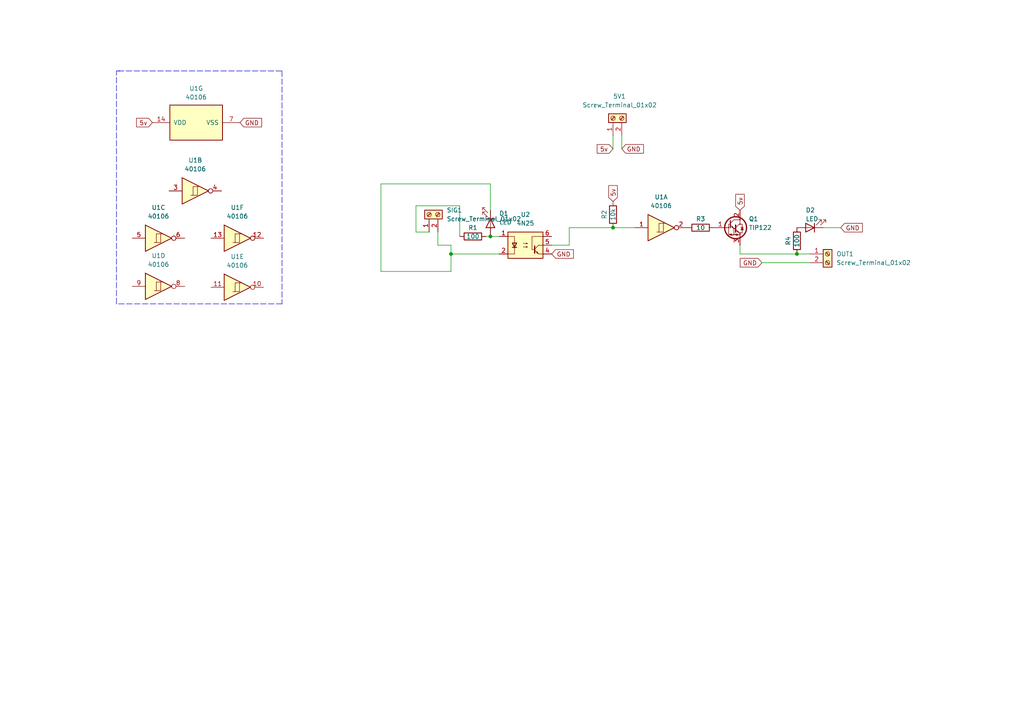
<source format=kicad_sch>
(kicad_sch (version 20211123) (generator eeschema)
  (paper "A4")
  (lib_symbols
    (symbol "4xxx:40106" (pin_names (offset 1.016))
      (property "Reference" "U" (at 0 1.27 0))
      (property "Value" "40106" (at 0 -1.27 0))
      (symbol "40106_1_0"
        (polyline (pts (xy -0.635 -1.27) (xy -0.635 1.27) (xy 0.635 1.27)))
        (polyline (pts (xy -3.81 3.81) (xy -3.81 -3.81) (xy 3.81 0) (xy -3.81 3.81)) (stroke (width 0.254)) (fill (type background)))
        (polyline (pts (xy -1.27 -1.27) (xy 0.635 -1.27) (xy 0.635 1.27) (xy 1.27 1.27)))
        (pin input line (at -7.62 0 0) (length 3.81) (name "~") (number "1"))
        (pin output inverted (at 7.62 0 180) (length 3.81) (name "~") (number "2"))
      )
      (symbol "40106_2_0"
        (polyline (pts (xy -0.635 -1.27) (xy -0.635 1.27) (xy 0.635 1.27)))
        (polyline (pts (xy -3.81 3.81) (xy -3.81 -3.81) (xy 3.81 0) (xy -3.81 3.81)) (stroke (width 0.254)) (fill (type background)))
        (polyline (pts (xy -1.27 -1.27) (xy 0.635 -1.27) (xy 0.635 1.27) (xy 1.27 1.27)))
        (pin input line (at -7.62 0 0) (length 3.81) (name "~") (number "3"))
        (pin output inverted (at 7.62 0 180) (length 3.81) (name "~") (number "4"))
      )
      (symbol "40106_3_0"
        (polyline (pts (xy -0.635 -1.27) (xy -0.635 1.27) (xy 0.635 1.27)))
        (polyline (pts (xy -3.81 3.81) (xy -3.81 -3.81) (xy 3.81 0) (xy -3.81 3.81)) (stroke (width 0.254)) (fill (type background)))
        (polyline (pts (xy -1.27 -1.27) (xy 0.635 -1.27) (xy 0.635 1.27) (xy 1.27 1.27)))
        (pin input line (at -7.62 0 0) (length 3.81) (name "~") (number "5"))
        (pin output inverted (at 7.62 0 180) (length 3.81) (name "~") (number "6"))
      )
      (symbol "40106_4_0"
        (polyline (pts (xy -0.635 -1.27) (xy -0.635 1.27) (xy 0.635 1.27)))
        (polyline (pts (xy -3.81 3.81) (xy -3.81 -3.81) (xy 3.81 0) (xy -3.81 3.81)) (stroke (width 0.254)) (fill (type background)))
        (polyline (pts (xy -1.27 -1.27) (xy 0.635 -1.27) (xy 0.635 1.27) (xy 1.27 1.27)))
        (pin output inverted (at 7.62 0 180) (length 3.81) (name "~") (number "8"))
        (pin input line (at -7.62 0 0) (length 3.81) (name "~") (number "9"))
      )
      (symbol "40106_5_0"
        (polyline (pts (xy -0.635 -1.27) (xy -0.635 1.27) (xy 0.635 1.27)))
        (polyline (pts (xy -3.81 3.81) (xy -3.81 -3.81) (xy 3.81 0) (xy -3.81 3.81)) (stroke (width 0.254)) (fill (type background)))
        (polyline (pts (xy -1.27 -1.27) (xy 0.635 -1.27) (xy 0.635 1.27) (xy 1.27 1.27)))
        (pin output inverted (at 7.62 0 180) (length 3.81) (name "~") (number "10"))
        (pin input line (at -7.62 0 0) (length 3.81) (name "~") (number "11"))
      )
      (symbol "40106_6_0"
        (polyline (pts (xy -0.635 -1.27) (xy -0.635 1.27) (xy 0.635 1.27)))
        (polyline (pts (xy -3.81 3.81) (xy -3.81 -3.81) (xy 3.81 0) (xy -3.81 3.81)) (stroke (width 0.254)) (fill (type background)))
        (polyline (pts (xy -1.27 -1.27) (xy 0.635 -1.27) (xy 0.635 1.27) (xy 1.27 1.27)))
        (pin output inverted (at 7.62 0 180) (length 3.81) (name "~") (number "12"))
        (pin input line (at -7.62 0 0) (length 3.81) (name "~") (number "13"))
      )
      (symbol "40106_7_0"
        (pin power_in line (at 0 12.7 270) (length 5.08) (name "VDD") (number "14"))
        (pin power_in line (at 0 -12.7 90) (length 5.08) (name "VSS") (number "7"))
      )
      (symbol "40106_7_1"
        (rectangle (start -5.08 7.62) (end 5.08 -7.62) (stroke (width 0.254)) (fill (type background)))
      )
    )
    (symbol "Connector:Screw_Terminal_01x02" (pin_names (offset 1.016) hide)
      (property "Reference" "J" (at 0 2.54 0))
      (property "Value" "Screw_Terminal_01x02" (at 0 -5.08 0))
      (symbol "Screw_Terminal_01x02_1_1"
        (rectangle (start -1.27 1.27) (end 1.27 -3.81) (stroke (width 0.254)) (fill (type background)))
        (circle (center 0 -2.54) (radius 0.635) (stroke (width 0.1524)))
        (polyline (pts (xy -0.5334 -2.2098) (xy 0.3302 -3.048)) (stroke (width 0.1524)))
        (polyline (pts (xy -0.5334 0.3302) (xy 0.3302 -0.508)) (stroke (width 0.1524)))
        (polyline (pts (xy -0.3556 -2.032) (xy 0.508 -2.8702)) (stroke (width 0.1524)))
        (polyline (pts (xy -0.3556 0.508) (xy 0.508 -0.3302)) (stroke (width 0.1524)))
        (circle (center 0 0) (radius 0.635) (stroke (width 0.1524)))
        (pin passive line (at -5.08 0 0) (length 3.81) (name "Pin_1") (number "1"))
        (pin passive line (at -5.08 -2.54 0) (length 3.81) (name "Pin_2") (number "2"))
      )
    )
    (symbol "Device:LED" (pin_numbers hide) (pin_names (offset 1.016) hide)
      (property "Reference" "D" (at 0 2.54 0))
      (property "Value" "LED" (at 0 -2.54 0))
      (symbol "LED_0_1"
        (polyline (pts (xy -1.27 -1.27) (xy -1.27 1.27)) (stroke (width 0.254)))
        (polyline (pts (xy -1.27 0) (xy 1.27 0)))
        (polyline (pts (xy 1.27 -1.27) (xy 1.27 1.27) (xy -1.27 0) (xy 1.27 -1.27)) (stroke (width 0.254)))
        (polyline (pts (xy -3.048 -0.762) (xy -4.572 -2.286) (xy -3.81 -2.286) (xy -4.572 -2.286) (xy -4.572 -1.524)))
        (polyline (pts (xy -1.778 -0.762) (xy -3.302 -2.286) (xy -2.54 -2.286) (xy -3.302 -2.286) (xy -3.302 -1.524)))
      )
      (symbol "LED_1_1"
        (pin passive line (at -3.81 0 0) (length 2.54) (name "K") (number "1"))
        (pin passive line (at 3.81 0 180) (length 2.54) (name "A") (number "2"))
      )
    )
    (symbol "Device:R" (pin_numbers hide) (pin_names (offset 0))
      (property "Reference" "R" (at 2.032 0 90))
      (property "Value" "R" (at 0 0 90))
      (symbol "R_0_1"
        (rectangle (start -1.016 -2.54) (end 1.016 2.54) (stroke (width 0.254)))
      )
      (symbol "R_1_1"
        (pin passive line (at 0 3.81 270) (length 1.27) (name "~") (number "1"))
        (pin passive line (at 0 -3.81 90) (length 1.27) (name "~") (number "2"))
      )
    )
    (symbol "Isolator:4N25" (pin_names (offset 1.016))
      (property "Reference" "U" (at -5.08 5.08 0))
      (property "Value" "4N25" (at 0 5.08 0))
      (symbol "4N25_0_1"
        (rectangle (start -5.08 3.81) (end 5.08 -3.81) (stroke (width 0.254)) (fill (type background)))
        (polyline (pts (xy -3.81 -0.635) (xy -2.54 -0.635)) (stroke (width 0.254)))
        (polyline (pts (xy 2.667 -1.397) (xy 3.81 -2.54)))
        (polyline (pts (xy 2.667 -1.143) (xy 3.81 0)))
        (polyline (pts (xy 3.81 -2.54) (xy 5.08 -2.54)))
        (polyline (pts (xy 3.81 0) (xy 5.08 0)))
        (polyline (pts (xy 2.667 -0.254) (xy 2.667 -2.286) (xy 2.667 -2.286)) (stroke (width 0.3556)))
        (polyline (pts (xy -5.08 -2.54) (xy -3.175 -2.54) (xy -3.175 2.54) (xy -5.08 2.54)))
        (polyline (pts (xy -3.175 -0.635) (xy -3.81 0.635) (xy -2.54 0.635) (xy -3.175 -0.635)) (stroke (width 0.254)))
        (polyline (pts (xy 3.683 -2.413) (xy 3.429 -1.905) (xy 3.175 -2.159) (xy 3.683 -2.413)))
        (polyline (pts (xy 5.08 2.54) (xy 1.905 2.54) (xy 1.905 -1.27) (xy 2.54 -1.27)))
        (polyline (pts (xy -0.635 -0.508) (xy 0.635 -0.508) (xy 0.254 -0.635) (xy 0.254 -0.381) (xy 0.635 -0.508)))
        (polyline (pts (xy -0.635 0.508) (xy 0.635 0.508) (xy 0.254 0.381) (xy 0.254 0.635) (xy 0.635 0.508)))
      )
      (symbol "4N25_1_1"
        (pin passive line (at -7.62 2.54 0) (length 2.54) (name "~") (number "1"))
        (pin passive line (at -7.62 -2.54 0) (length 2.54) (name "~") (number "2"))
        (pin no_connect line (at -5.08 0 0) (length 2.54) hide (name "NC") (number "3"))
        (pin passive line (at 7.62 -2.54 180) (length 2.54) (name "~") (number "4"))
        (pin passive line (at 7.62 0 180) (length 2.54) (name "~") (number "5"))
        (pin passive line (at 7.62 2.54 180) (length 2.54) (name "~") (number "6"))
      )
    )
    (symbol "Transistor_BJT:TIP122" (pin_names (offset 0) hide)
      (property "Reference" "Q" (at 5.08 1.905 0))
      (property "Value" "TIP122" (at 5.08 0 0))
      (symbol "TIP122_0_1"
        (circle (center -0.762 0) (radius 0.127))
        (polyline (pts (xy -1.27 0) (xy -0.889 0)))
        (polyline (pts (xy 2.54 -2.032) (xy 2.54 -2.54)))
        (polyline (pts (xy 2.54 -1.524) (xy 3.175 -1.524)))
        (polyline (pts (xy 2.794 0.127) (xy 3.556 0.127)))
        (polyline (pts (xy 3.175 -0.635) (xy 3.175 -1.524)))
        (polyline (pts (xy 3.175 1.016) (xy 2.54 1.016)))
        (polyline (pts (xy 3.175 1.016) (xy 3.175 0.127)))
        (polyline (pts (xy -0.254 0.762) (xy 0.762 -0.254) (xy 1.27 -0.254)))
        (polyline (pts (xy -0.254 1.016) (xy -0.762 1.016) (xy -0.762 -2.032)))
        (polyline (pts (xy -0.254 1.27) (xy 0.762 2.286) (xy 2.54 2.286)))
        (polyline (pts (xy -0.254 2.032) (xy -0.254 0) (xy -0.254 0)) (stroke (width 0.3048)))
        (polyline (pts (xy 1.27 0.762) (xy 1.27 -1.27) (xy 1.27 -1.27)) (stroke (width 0.381)))
        (polyline (pts (xy 0.635 -0.127) (xy 0.381 0.381) (xy 0.127 0.127) (xy 0.635 -0.127)))
        (polyline (pts (xy 1.27 -0.508) (xy 2.286 -1.524) (xy 2.54 -1.524) (xy 2.54 -2.032)))
        (polyline (pts (xy 1.27 0) (xy 2.286 1.016) (xy 2.54 1.016) (xy 2.54 2.286)))
        (polyline (pts (xy 2.159 -1.397) (xy 1.905 -0.889) (xy 1.651 -1.143) (xy 2.159 -1.397)))
        (polyline (pts (xy 3.175 0.127) (xy 2.794 -0.635) (xy 3.556 -0.635) (xy 3.175 0.127)) (fill (type outline)))
        (polyline (pts (xy 0.762 -2.032) (xy 0.381 -2.032) (xy 0.254 -2.286) (xy 0.127 -1.778) (xy 0 -2.286) (xy -0.127 -1.778) (xy -0.254 -2.286) (xy -0.381 -1.778) (xy -0.508 -2.032) (xy -0.762 -2.032)))
        (polyline (pts (xy 0.762 -0.254) (xy 0.762 -2.032) (xy 1.143 -2.032) (xy 1.27 -1.778) (xy 1.397 -2.286) (xy 1.524 -1.778) (xy 1.651 -2.286) (xy 1.778 -1.778) (xy 1.905 -2.286) (xy 2.032 -2.032) (xy 2.54 -2.032)))
        (circle (center 0.762 -2.032) (radius 0.127))
        (circle (center 0.762 -0.254) (radius 0.127))
        (circle (center 1.27 0) (radius 3.175) (stroke (width 0.3556)))
        (circle (center 2.54 -2.032) (radius 0.127))
        (circle (center 2.54 -1.524) (radius 0.127))
        (circle (center 2.54 1.016) (radius 0.127))
        (circle (center 2.54 2.286) (radius 0.127))
      )
      (symbol "TIP122_1_1"
        (pin input line (at -5.08 0 0) (length 3.81) (name "B") (number "1"))
        (pin passive line (at 2.54 5.08 270) (length 2.667) (name "C") (number "2"))
        (pin passive line (at 2.54 -5.08 90) (length 2.54) (name "E") (number "3"))
      )
    )
  )
  (junction (at 130.81 73.66))
  (junction (at 177.8 66.04))
  (junction (at 142.24 68.58))
  (junction (at 231.14 73.66))
  (wire (pts (xy 238.76 66.04) (xy 243.84 66.04)))
  (wire (pts (xy 180.34 43.18) (xy 180.34 39.37)))
  (wire (pts (xy 120.65 67.31) (xy 120.65 59.69)))
  (wire (pts (xy 220.98 76.2) (xy 234.95 76.2)))
  (wire (pts (xy 130.81 71.12) (xy 127 71.12)))
  (wire (pts (xy 130.81 78.74) (xy 130.81 73.66)))
  (wire (pts (xy 130.81 71.12) (xy 130.81 73.66)))
  (wire (pts (xy 231.14 73.66) (xy 214.63 73.66)))
  (wire (pts (xy 142.24 60.96) (xy 142.24 53.34)))
  (wire (pts (xy 140.97 68.58) (xy 142.24 68.58)))
  (polyline (pts (xy 81.788 20.574) (xy 81.788 88.138)))
  (wire (pts (xy 214.63 73.66) (xy 214.63 71.12)))
  (wire (pts (xy 130.81 73.66) (xy 144.78 73.66)))
  (polyline (pts (xy 33.782 88.138) (xy 33.782 20.574)))
  (wire (pts (xy 165.1 71.12) (xy 165.1 66.04)))
  (wire (pts (xy 127 71.12) (xy 127 67.31)))
  (wire (pts (xy 234.95 73.66) (xy 231.14 73.66)))
  (polyline (pts (xy 34.29 20.574) (xy 81.788 20.574)))
  (wire (pts (xy 110.49 78.74) (xy 130.81 78.74)))
  (wire (pts (xy 142.24 53.34) (xy 110.49 53.34)))
  (polyline (pts (xy 33.782 20.574) (xy 34.798 20.574)))
  (wire (pts (xy 177.8 43.18) (xy 177.8 39.37)))
  (wire (pts (xy 124.46 67.31) (xy 120.65 67.31)))
  (wire (pts (xy 120.65 59.69) (xy 133.35 59.69)))
  (wire (pts (xy 165.1 66.04) (xy 177.8 66.04)))
  (polyline (pts (xy 81.788 88.138) (xy 33.782 88.138)))
  (wire (pts (xy 133.35 59.69) (xy 133.35 68.58)))
  (wire (pts (xy 142.24 68.58) (xy 144.78 68.58)))
  (wire (pts (xy 110.49 53.34) (xy 110.49 78.74)))
  (wire (pts (xy 160.02 71.12) (xy 165.1 71.12)))
  (wire (pts (xy 177.8 66.04) (xy 184.15 66.04)))
  (global_label "GND" (shape input) (at 69.596 35.56 0) (property "Intersheet References" "${INTERSHEET_REFS}" (effects hide)))
  (global_label "5v" (shape input) (at 177.8 43.18 180) (property "Intersheet References" "${INTERSHEET_REFS}" (effects hide)))
  (global_label "GND" (shape input) (at 160.02 73.66 0) (property "Intersheet References" "${INTERSHEET_REFS}" (effects hide)))
  (global_label "GND" (shape input) (at 243.84 66.04 0) (property "Intersheet References" "${INTERSHEET_REFS}" (effects hide)))
  (global_label "5v" (shape input) (at 214.63 60.96 90) (property "Intersheet References" "${INTERSHEET_REFS}" (effects hide)))
  (global_label "GND" (shape input) (at 220.98 76.2 180) (property "Intersheet References" "${INTERSHEET_REFS}" (effects hide)))
  (global_label "5v" (shape input) (at 177.8 58.42 90) (property "Intersheet References" "${INTERSHEET_REFS}" (effects hide)))
  (global_label "GND" (shape input) (at 180.34 43.18 0) (property "Intersheet References" "${INTERSHEET_REFS}" (effects hide)))
  (global_label "5v" (shape input) (at 44.196 35.56 180) (property "Intersheet References" "${INTERSHEET_REFS}" (effects hide)))
  (symbol (lib_id "Connector:Screw_Terminal_01x02") (at 240.03 73.66 0) (unit 1)
    (property "Reference" "OUT1" (at 242.57 73.6599 0) (effects (justify left)))
    (property "Value" "Screw_Terminal_01x02" (at 242.57 76.1999 0) (effects (justify left)))
    (property "Footprint" "TerminalBlock:TerminalBlock_Altech_AK300-2_P5.00mm" (effects hide))
  )
  (symbol (lib_id "4xxx:40106") (at 56.896 35.56 90) (unit 7)
    (property "Reference" "U1" (at 56.896 25.654 90))
    (property "Value" "40106" (at 56.896 28.194 90))
    (property "Footprint" "Package_DIP:DIP-14_W7.62mm" (effects hide))
    (property "Datasheet" "https://assets.nexperia.com/documents/data-sheet/HEF40106B.pdf" (effects hide))
  )
  (symbol (lib_id "4xxx:40106") (at 45.974 83.058 0) (unit 4)
    (property "Reference" "U1" (at 45.974 74.168 0))
    (property "Value" "40106" (at 45.974 76.708 0))
    (property "Footprint" "Package_DIP:DIP-14_W7.62mm" (effects hide))
    (property "Datasheet" "https://assets.nexperia.com/documents/data-sheet/HEF40106B.pdf" (effects hide))
  )
  (symbol (lib_id "Device:R") (at 177.8 62.23 180) (unit 1)
    (property "Reference" "R2" (at 175.26 62.23 90))
    (property "Value" "10k" (at 177.8 62.23 90))
    (property "Footprint" "Resistor_THT:R_Axial_DIN0204_L3.6mm_D1.6mm_P2.54mm_Vertical" (effects hide))
  )
  (symbol (lib_id "Device:LED") (at 142.24 64.77 270) (unit 1)
    (property "Reference" "D1" (at 144.78 61.9124 90) (effects (justify left)))
    (property "Value" "LED" (at 144.78 64.4524 90) (effects (justify left)))
    (property "Footprint" "LED_THT:LED_D3.0mm_Clear" (effects hide))
  )
  (symbol (lib_id "Connector:Screw_Terminal_01x02") (at 124.46 62.23 90) (unit 1)
    (property "Reference" "SIG1" (at 129.54 60.9599 90) (effects (justify right)))
    (property "Value" "Screw_Terminal_01x02" (at 129.54 63.4999 90) (effects (justify right)))
    (property "Footprint" "TerminalBlock:TerminalBlock_Altech_AK300-2_P5.00mm" (effects hide))
  )
  (symbol (lib_id "Isolator:4N25") (at 152.4 71.12 0) (unit 1)
    (property "Reference" "U2" (at 152.4 62.23 0))
    (property "Value" "4N25" (at 152.4 64.77 0))
    (property "Footprint" "Package_DIP:DIP-6_W7.62mm" (effects hide))
    (property "Datasheet" "https://www.vishay.com/docs/83725/4n25.pdf" (effects hide))
  )
  (symbol (lib_id "Device:R") (at 231.14 69.85 0) (unit 1)
    (property "Reference" "R4" (at 228.6 69.85 90))
    (property "Value" "100" (at 231.14 69.85 90))
    (property "Footprint" "Resistor_THT:R_Axial_DIN0204_L3.6mm_D1.6mm_P2.54mm_Vertical" (effects hide))
  )
  (symbol (lib_id "Connector:Screw_Terminal_01x02") (at 177.8 34.29 90) (unit 1)
    (property "Reference" "5V1" (at 177.8 27.94 90) (effects (justify right)))
    (property "Value" "Screw_Terminal_01x02" (at 168.91 30.48 90) (effects (justify right)))
    (property "Footprint" "TerminalBlock:TerminalBlock_Altech_AK300-2_P5.00mm" (effects hide))
  )
  (symbol (lib_id "4xxx:40106") (at 56.642 55.372 0) (unit 2)
    (property "Reference" "U1" (at 56.642 46.482 0))
    (property "Value" "40106" (at 56.642 49.022 0))
    (property "Footprint" "Package_DIP:DIP-14_W7.62mm" (effects hide))
    (property "Datasheet" "https://assets.nexperia.com/documents/data-sheet/HEF40106B.pdf" (effects hide))
  )
  (symbol (lib_id "4xxx:40106") (at 45.974 69.088 0) (unit 3)
    (property "Reference" "U1" (at 45.974 60.198 0))
    (property "Value" "40106" (at 45.974 62.738 0))
    (property "Footprint" "Package_DIP:DIP-14_W7.62mm" (effects hide))
    (property "Datasheet" "https://assets.nexperia.com/documents/data-sheet/HEF40106B.pdf" (effects hide))
  )
  (symbol (lib_id "Device:R") (at 203.2 66.04 90) (unit 1)
    (property "Reference" "R3" (at 203.2 63.5 90))
    (property "Value" "10" (at 203.2 66.04 90))
    (property "Footprint" "Resistor_THT:R_Axial_DIN0204_L3.6mm_D1.6mm_P2.54mm_Vertical" (effects hide))
  )
  (symbol (lib_id "Transistor_BJT:TIP122") (at 212.09 66.04 0) (unit 1)
    (property "Reference" "Q1" (at 217.17 63.5 0) (effects (justify left)))
    (property "Value" "TIP122" (at 217.17 66.04 0) (effects (justify left)))
    (property "Footprint" "Package_TO_SOT_THT:TO-220-3_Vertical" (effects hide))
    (property "Datasheet" "https://www.onsemi.com/pub/Collateral/TIP120-D.PDF" (effects hide))
  )
  (symbol (lib_id "4xxx:40106") (at 191.77 66.04 0) (unit 1)
    (property "Reference" "U1" (at 191.77 57.15 0))
    (property "Value" "40106" (at 191.77 59.69 0))
    (property "Footprint" "Package_DIP:DIP-14_W7.62mm" (effects hide))
    (property "Datasheet" "https://assets.nexperia.com/documents/data-sheet/HEF40106B.pdf" (effects hide))
  )
  (symbol (lib_id "Device:LED") (at 234.95 66.04 180) (unit 1)
    (property "Reference" "D2" (at 233.68 60.96 0) (effects (justify right)))
    (property "Value" "LED" (at 233.68 63.5 0) (effects (justify right)))
    (property "Footprint" "LED_THT:LED_D3.0mm_Clear" (effects hide))
  )
  (symbol (lib_id "4xxx:40106") (at 68.834 69.088 0) (unit 6)
    (property "Reference" "U1" (at 68.834 60.198 0))
    (property "Value" "40106" (at 68.834 62.738 0))
    (property "Footprint" "Package_DIP:DIP-14_W7.62mm" (effects hide))
    (property "Datasheet" "https://assets.nexperia.com/documents/data-sheet/HEF40106B.pdf" (effects hide))
  )
  (symbol (lib_id "Device:R") (at 137.16 68.58 90) (unit 1)
    (property "Reference" "R1" (at 137.16 66.04 90))
    (property "Value" "100" (at 137.16 68.58 90))
    (property "Footprint" "Resistor_THT:R_Axial_DIN0204_L3.6mm_D1.6mm_P2.54mm_Vertical" (effects hide))
  )
  (symbol (lib_id "4xxx:40106") (at 68.834 83.312 0) (unit 5)
    (property "Reference" "U1" (at 68.834 74.422 0))
    (property "Value" "40106" (at 68.834 76.962 0))
    (property "Footprint" "Package_DIP:DIP-14_W7.62mm" (effects hide))
    (property "Datasheet" "https://assets.nexperia.com/documents/data-sheet/HEF40106B.pdf" (effects hide))
  )
)
</source>
